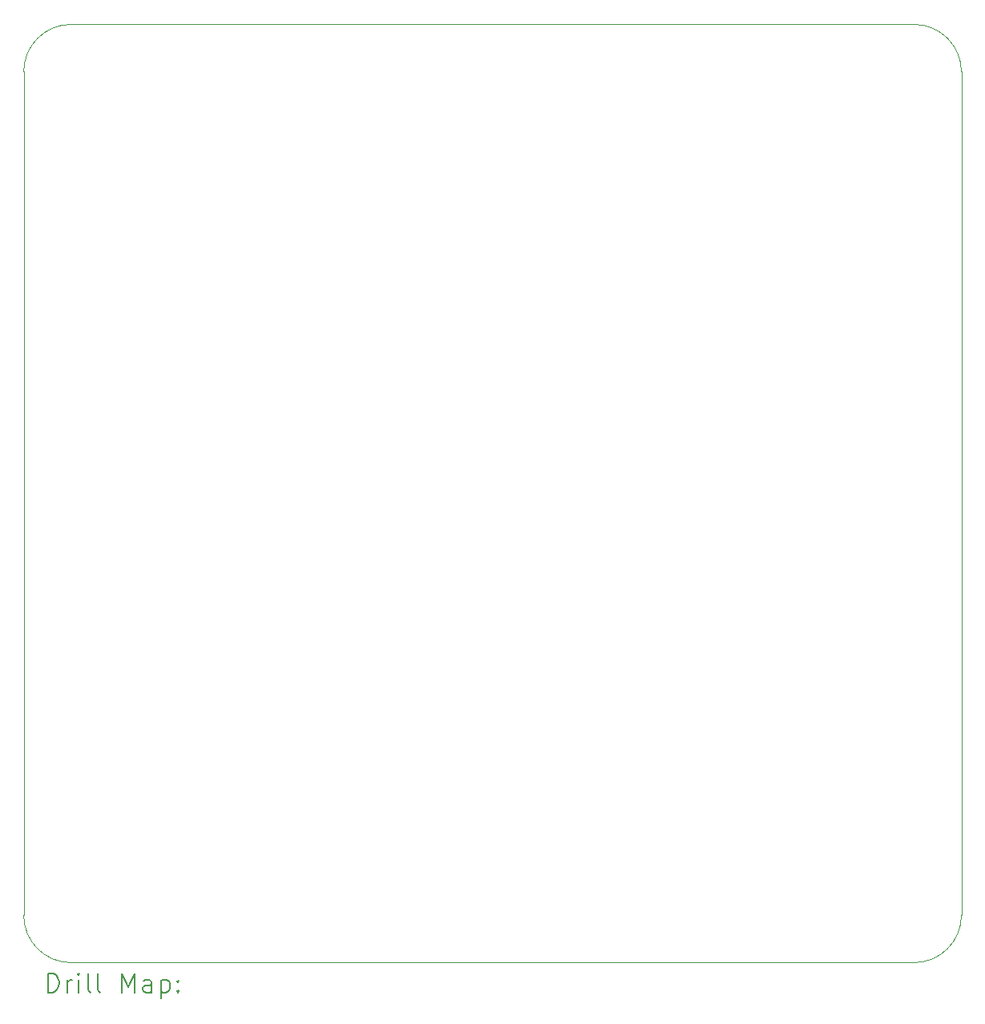
<source format=gbr>
%TF.GenerationSoftware,KiCad,Pcbnew,8.0.3*%
%TF.CreationDate,2024-07-11T15:42:11-04:00*%
%TF.ProjectId,_HW_Mini-Scoreboard,5f48575f-4d69-46e6-992d-53636f726562,v1.0*%
%TF.SameCoordinates,Original*%
%TF.FileFunction,Drillmap*%
%TF.FilePolarity,Positive*%
%FSLAX45Y45*%
G04 Gerber Fmt 4.5, Leading zero omitted, Abs format (unit mm)*
G04 Created by KiCad (PCBNEW 8.0.3) date 2024-07-11 15:42:11*
%MOMM*%
%LPD*%
G01*
G04 APERTURE LIST*
%ADD10C,0.050000*%
%ADD11C,0.200000*%
G04 APERTURE END LIST*
D10*
X12700000Y-15740000D02*
G75*
G02*
X13200000Y-15240000I500000J0D01*
G01*
X13200000Y-25146000D02*
G75*
G02*
X12700000Y-24646000I0J500000D01*
G01*
X22606000Y-24646000D02*
G75*
G02*
X22106000Y-25146000I-500000J0D01*
G01*
X22606000Y-15740000D02*
X22606000Y-24646000D01*
X22106000Y-25146000D02*
X13200000Y-25146000D01*
X13200000Y-15240000D02*
X22106000Y-15240000D01*
X12700000Y-24646000D02*
X12700000Y-15740000D01*
X22106000Y-15240000D02*
G75*
G02*
X22606000Y-15740000I0J-500000D01*
G01*
D11*
X12958277Y-25459984D02*
X12958277Y-25259984D01*
X12958277Y-25259984D02*
X13005896Y-25259984D01*
X13005896Y-25259984D02*
X13034467Y-25269508D01*
X13034467Y-25269508D02*
X13053515Y-25288555D01*
X13053515Y-25288555D02*
X13063039Y-25307603D01*
X13063039Y-25307603D02*
X13072562Y-25345698D01*
X13072562Y-25345698D02*
X13072562Y-25374269D01*
X13072562Y-25374269D02*
X13063039Y-25412365D01*
X13063039Y-25412365D02*
X13053515Y-25431412D01*
X13053515Y-25431412D02*
X13034467Y-25450460D01*
X13034467Y-25450460D02*
X13005896Y-25459984D01*
X13005896Y-25459984D02*
X12958277Y-25459984D01*
X13158277Y-25459984D02*
X13158277Y-25326650D01*
X13158277Y-25364746D02*
X13167801Y-25345698D01*
X13167801Y-25345698D02*
X13177324Y-25336174D01*
X13177324Y-25336174D02*
X13196372Y-25326650D01*
X13196372Y-25326650D02*
X13215420Y-25326650D01*
X13282086Y-25459984D02*
X13282086Y-25326650D01*
X13282086Y-25259984D02*
X13272562Y-25269508D01*
X13272562Y-25269508D02*
X13282086Y-25279031D01*
X13282086Y-25279031D02*
X13291610Y-25269508D01*
X13291610Y-25269508D02*
X13282086Y-25259984D01*
X13282086Y-25259984D02*
X13282086Y-25279031D01*
X13405896Y-25459984D02*
X13386848Y-25450460D01*
X13386848Y-25450460D02*
X13377324Y-25431412D01*
X13377324Y-25431412D02*
X13377324Y-25259984D01*
X13510658Y-25459984D02*
X13491610Y-25450460D01*
X13491610Y-25450460D02*
X13482086Y-25431412D01*
X13482086Y-25431412D02*
X13482086Y-25259984D01*
X13739229Y-25459984D02*
X13739229Y-25259984D01*
X13739229Y-25259984D02*
X13805896Y-25402841D01*
X13805896Y-25402841D02*
X13872562Y-25259984D01*
X13872562Y-25259984D02*
X13872562Y-25459984D01*
X14053515Y-25459984D02*
X14053515Y-25355222D01*
X14053515Y-25355222D02*
X14043991Y-25336174D01*
X14043991Y-25336174D02*
X14024943Y-25326650D01*
X14024943Y-25326650D02*
X13986848Y-25326650D01*
X13986848Y-25326650D02*
X13967801Y-25336174D01*
X14053515Y-25450460D02*
X14034467Y-25459984D01*
X14034467Y-25459984D02*
X13986848Y-25459984D01*
X13986848Y-25459984D02*
X13967801Y-25450460D01*
X13967801Y-25450460D02*
X13958277Y-25431412D01*
X13958277Y-25431412D02*
X13958277Y-25412365D01*
X13958277Y-25412365D02*
X13967801Y-25393317D01*
X13967801Y-25393317D02*
X13986848Y-25383793D01*
X13986848Y-25383793D02*
X14034467Y-25383793D01*
X14034467Y-25383793D02*
X14053515Y-25374269D01*
X14148753Y-25326650D02*
X14148753Y-25526650D01*
X14148753Y-25336174D02*
X14167801Y-25326650D01*
X14167801Y-25326650D02*
X14205896Y-25326650D01*
X14205896Y-25326650D02*
X14224943Y-25336174D01*
X14224943Y-25336174D02*
X14234467Y-25345698D01*
X14234467Y-25345698D02*
X14243991Y-25364746D01*
X14243991Y-25364746D02*
X14243991Y-25421888D01*
X14243991Y-25421888D02*
X14234467Y-25440936D01*
X14234467Y-25440936D02*
X14224943Y-25450460D01*
X14224943Y-25450460D02*
X14205896Y-25459984D01*
X14205896Y-25459984D02*
X14167801Y-25459984D01*
X14167801Y-25459984D02*
X14148753Y-25450460D01*
X14329705Y-25440936D02*
X14339229Y-25450460D01*
X14339229Y-25450460D02*
X14329705Y-25459984D01*
X14329705Y-25459984D02*
X14320182Y-25450460D01*
X14320182Y-25450460D02*
X14329705Y-25440936D01*
X14329705Y-25440936D02*
X14329705Y-25459984D01*
X14329705Y-25336174D02*
X14339229Y-25345698D01*
X14339229Y-25345698D02*
X14329705Y-25355222D01*
X14329705Y-25355222D02*
X14320182Y-25345698D01*
X14320182Y-25345698D02*
X14329705Y-25336174D01*
X14329705Y-25336174D02*
X14329705Y-25355222D01*
M02*

</source>
